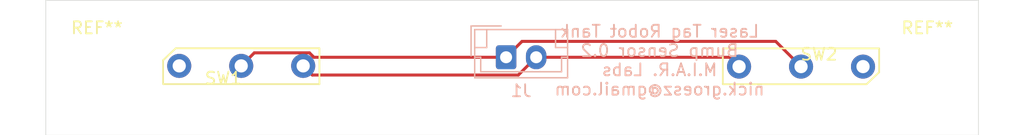
<source format=kicad_pcb>
(kicad_pcb (version 20171130) (host pcbnew 5.1.7-a382d34a8~88~ubuntu18.04.1)

  (general
    (thickness 1.6)
    (drawings 5)
    (tracks 12)
    (zones 0)
    (modules 5)
    (nets 5)
  )

  (page A4)
  (layers
    (0 F.Cu signal)
    (31 B.Cu signal)
    (32 B.Adhes user)
    (33 F.Adhes user)
    (34 B.Paste user)
    (35 F.Paste user)
    (36 B.SilkS user)
    (37 F.SilkS user)
    (38 B.Mask user)
    (39 F.Mask user)
    (40 Dwgs.User user)
    (41 Cmts.User user)
    (42 Eco1.User user)
    (43 Eco2.User user)
    (44 Edge.Cuts user)
    (45 Margin user)
    (46 B.CrtYd user)
    (47 F.CrtYd user)
    (48 B.Fab user)
    (49 F.Fab user)
  )

  (setup
    (last_trace_width 0.25)
    (trace_clearance 0.2)
    (zone_clearance 0.508)
    (zone_45_only no)
    (trace_min 0.2)
    (via_size 0.8)
    (via_drill 0.4)
    (via_min_size 0.4)
    (via_min_drill 0.3)
    (uvia_size 0.3)
    (uvia_drill 0.1)
    (uvias_allowed no)
    (uvia_min_size 0.2)
    (uvia_min_drill 0.1)
    (edge_width 0.05)
    (segment_width 0.2)
    (pcb_text_width 0.3)
    (pcb_text_size 1.5 1.5)
    (mod_edge_width 0.12)
    (mod_text_size 1 1)
    (mod_text_width 0.15)
    (pad_size 1.524 1.524)
    (pad_drill 0.762)
    (pad_to_mask_clearance 0)
    (aux_axis_origin 0 0)
    (visible_elements FFFFFF7F)
    (pcbplotparams
      (layerselection 0x010fc_ffffffff)
      (usegerberextensions false)
      (usegerberattributes true)
      (usegerberadvancedattributes true)
      (creategerberjobfile true)
      (excludeedgelayer true)
      (linewidth 0.100000)
      (plotframeref false)
      (viasonmask false)
      (mode 1)
      (useauxorigin false)
      (hpglpennumber 1)
      (hpglpenspeed 20)
      (hpglpendiameter 15.000000)
      (psnegative false)
      (psa4output false)
      (plotreference true)
      (plotvalue true)
      (plotinvisibletext false)
      (padsonsilk false)
      (subtractmaskfromsilk false)
      (outputformat 1)
      (mirror false)
      (drillshape 1)
      (scaleselection 1)
      (outputdirectory ""))
  )

  (net 0 "")
  (net 1 "Net-(J1-Pad1)")
  (net 2 "Net-(J1-Pad2)")
  (net 3 "Net-(SW1-Pad1)")
  (net 4 "Net-(SW2-Pad1)")

  (net_class Default "This is the default net class."
    (clearance 0.2)
    (trace_width 0.25)
    (via_dia 0.8)
    (via_drill 0.4)
    (uvia_dia 0.3)
    (uvia_drill 0.1)
    (add_net "Net-(J1-Pad1)")
    (add_net "Net-(J1-Pad2)")
    (add_net "Net-(SW1-Pad1)")
    (add_net "Net-(SW2-Pad1)")
  )

  (module Custom:micro_switch (layer F.Cu) (tedit 6173009E) (tstamp 615E443B)
    (at 84.5 106.75 180)
    (path /615E31A3)
    (fp_text reference SW2 (at 0 0.5) (layer F.SilkS)
      (effects (font (size 1 1) (thickness 0.15)))
    )
    (fp_text value SW_SPDT (at 0 -0.5) (layer F.Fab)
      (effects (font (size 1 1) (thickness 0.15)))
    )
    (fp_line (start -4.05 -2.1) (end -5.1 -1.08) (layer F.CrtYd) (width 0.05))
    (fp_line (start -5 -1) (end -3.96 -1.99) (layer F.SilkS) (width 0.15))
    (fp_line (start 7.99 -2) (end 7.99 0.98) (layer F.SilkS) (width 0.15))
    (fp_line (start -3.95 -2) (end 7.95 -2) (layer F.SilkS) (width 0.15))
    (fp_line (start -5 0.98) (end -5 -1.01) (layer F.SilkS) (width 0.15))
    (fp_line (start -4.99 0.99) (end 7.99 0.99) (layer F.SilkS) (width 0.15))
    (fp_line (start -5.1 -1.08) (end -5.1 1.06) (layer F.CrtYd) (width 0.05))
    (fp_line (start -4.04 -2.1) (end 8.11 -2.11) (layer F.CrtYd) (width 0.05))
    (fp_line (start 8.1 -2.1) (end 8.1 1.11) (layer F.CrtYd) (width 0.05))
    (fp_line (start -5.1 1.1) (end 8.11 1.1) (layer F.CrtYd) (width 0.05))
    (pad 3 thru_hole circle (at 6.64 -0.53 180) (size 2 2) (drill 1.1) (layers *.Cu *.Mask)
      (net 2 "Net-(J1-Pad2)"))
    (pad 2 thru_hole circle (at 1.49 -0.53 180) (size 2 2) (drill 1.1) (layers *.Cu *.Mask)
      (net 1 "Net-(J1-Pad1)"))
    (pad 1 thru_hole circle (at -3.66 -0.53 180) (size 2 2) (drill 1.1) (layers *.Cu *.Mask)
      (net 4 "Net-(SW2-Pad1)"))
  )

  (module Custom:micro_switch (layer F.Cu) (tedit 6173009E) (tstamp 615E442A)
    (at 35 107.75)
    (path /615E113B)
    (fp_text reference SW1 (at 0 0.5) (layer F.SilkS)
      (effects (font (size 1 1) (thickness 0.15)))
    )
    (fp_text value SW_SPDT (at 0 -0.5) (layer F.Fab)
      (effects (font (size 1 1) (thickness 0.15)))
    )
    (fp_line (start -4.05 -2.1) (end -5.1 -1.08) (layer F.CrtYd) (width 0.05))
    (fp_line (start -5 -1) (end -3.96 -1.99) (layer F.SilkS) (width 0.15))
    (fp_line (start 7.99 -2) (end 7.99 0.98) (layer F.SilkS) (width 0.15))
    (fp_line (start -3.95 -2) (end 7.95 -2) (layer F.SilkS) (width 0.15))
    (fp_line (start -5 0.98) (end -5 -1.01) (layer F.SilkS) (width 0.15))
    (fp_line (start -4.99 0.99) (end 7.99 0.99) (layer F.SilkS) (width 0.15))
    (fp_line (start -5.1 -1.08) (end -5.1 1.06) (layer F.CrtYd) (width 0.05))
    (fp_line (start -4.04 -2.1) (end 8.11 -2.11) (layer F.CrtYd) (width 0.05))
    (fp_line (start 8.1 -2.1) (end 8.1 1.11) (layer F.CrtYd) (width 0.05))
    (fp_line (start -5.1 1.1) (end 8.11 1.1) (layer F.CrtYd) (width 0.05))
    (pad 1 thru_hole circle (at -3.66 -0.53) (size 2 2) (drill 1.1) (layers *.Cu *.Mask)
      (net 3 "Net-(SW1-Pad1)"))
    (pad 2 thru_hole circle (at 1.49 -0.53) (size 2 2) (drill 1.1) (layers *.Cu *.Mask)
      (net 1 "Net-(J1-Pad1)"))
    (pad 3 thru_hole circle (at 6.64 -0.53) (size 2 2) (drill 1.1) (layers *.Cu *.Mask)
      (net 2 "Net-(J1-Pad2)"))
  )

  (module MountingHole:MountingHole_2.1mm (layer F.Cu) (tedit 5B924765) (tstamp 615E4641)
    (at 93.5 107.25)
    (descr "Mounting Hole 2.1mm, no annular")
    (tags "mounting hole 2.1mm no annular")
    (attr virtual)
    (fp_text reference REF** (at 0 -3.2) (layer F.SilkS)
      (effects (font (size 1 1) (thickness 0.15)))
    )
    (fp_text value MountingHole_2.1mm (at 0 3.2) (layer F.Fab)
      (effects (font (size 1 1) (thickness 0.15)))
    )
    (fp_circle (center 0 0) (end 2.1 0) (layer Cmts.User) (width 0.15))
    (fp_circle (center 0 0) (end 2.35 0) (layer F.CrtYd) (width 0.05))
    (fp_text user %R (at 0.3 0) (layer F.Fab)
      (effects (font (size 1 1) (thickness 0.15)))
    )
    (pad "" np_thru_hole circle (at 0 0) (size 2.1 2.1) (drill 2.1) (layers *.Cu *.Mask))
  )

  (module MountingHole:MountingHole_2.1mm (layer F.Cu) (tedit 5B924765) (tstamp 615E4691)
    (at 24.5 107.25)
    (descr "Mounting Hole 2.1mm, no annular")
    (tags "mounting hole 2.1mm no annular")
    (attr virtual)
    (fp_text reference REF** (at 0 -3.2) (layer F.SilkS)
      (effects (font (size 1 1) (thickness 0.15)))
    )
    (fp_text value MountingHole_2.1mm (at 0 3.2) (layer F.Fab)
      (effects (font (size 1 1) (thickness 0.15)))
    )
    (fp_circle (center 0 0) (end 2.1 0) (layer Cmts.User) (width 0.15))
    (fp_circle (center 0 0) (end 2.35 0) (layer F.CrtYd) (width 0.05))
    (fp_text user %R (at 0.3 0) (layer F.Fab)
      (effects (font (size 1 1) (thickness 0.15)))
    )
    (pad "" np_thru_hole circle (at 0 0) (size 2.1 2.1) (drill 2.1) (layers *.Cu *.Mask))
  )

  (module Connector_JST:JST_EH_B2B-EH-A_1x02_P2.50mm_Vertical (layer B.Cu) (tedit 5C28142C) (tstamp 615E4419)
    (at 58.5 106.5)
    (descr "JST EH series connector, B2B-EH-A (http://www.jst-mfg.com/product/pdf/eng/eEH.pdf), generated with kicad-footprint-generator")
    (tags "connector JST EH vertical")
    (path /615E2518)
    (fp_text reference J1 (at 1.25 2.8) (layer B.SilkS)
      (effects (font (size 1 1) (thickness 0.15)) (justify mirror))
    )
    (fp_text value Conn_01x02_Male (at 1.25 -3.4) (layer B.Fab)
      (effects (font (size 1 1) (thickness 0.15)) (justify mirror))
    )
    (fp_line (start -2.91 -2.61) (end -0.41 -2.61) (layer B.Fab) (width 0.1))
    (fp_line (start -2.91 -0.11) (end -2.91 -2.61) (layer B.Fab) (width 0.1))
    (fp_line (start -2.91 -2.61) (end -0.41 -2.61) (layer B.SilkS) (width 0.12))
    (fp_line (start -2.91 -0.11) (end -2.91 -2.61) (layer B.SilkS) (width 0.12))
    (fp_line (start 4.11 -0.81) (end 4.11 -2.31) (layer B.SilkS) (width 0.12))
    (fp_line (start 5.11 -0.81) (end 4.11 -0.81) (layer B.SilkS) (width 0.12))
    (fp_line (start -1.61 -0.81) (end -1.61 -2.31) (layer B.SilkS) (width 0.12))
    (fp_line (start -2.61 -0.81) (end -1.61 -0.81) (layer B.SilkS) (width 0.12))
    (fp_line (start 4.61 0) (end 5.11 0) (layer B.SilkS) (width 0.12))
    (fp_line (start 4.61 1.21) (end 4.61 0) (layer B.SilkS) (width 0.12))
    (fp_line (start -2.11 1.21) (end 4.61 1.21) (layer B.SilkS) (width 0.12))
    (fp_line (start -2.11 0) (end -2.11 1.21) (layer B.SilkS) (width 0.12))
    (fp_line (start -2.61 0) (end -2.11 0) (layer B.SilkS) (width 0.12))
    (fp_line (start 5.11 1.71) (end -2.61 1.71) (layer B.SilkS) (width 0.12))
    (fp_line (start 5.11 -2.31) (end 5.11 1.71) (layer B.SilkS) (width 0.12))
    (fp_line (start -2.61 -2.31) (end 5.11 -2.31) (layer B.SilkS) (width 0.12))
    (fp_line (start -2.61 1.71) (end -2.61 -2.31) (layer B.SilkS) (width 0.12))
    (fp_line (start 5.5 2.1) (end -3 2.1) (layer B.CrtYd) (width 0.05))
    (fp_line (start 5.5 -2.7) (end 5.5 2.1) (layer B.CrtYd) (width 0.05))
    (fp_line (start -3 -2.7) (end 5.5 -2.7) (layer B.CrtYd) (width 0.05))
    (fp_line (start -3 2.1) (end -3 -2.7) (layer B.CrtYd) (width 0.05))
    (fp_line (start 5 1.6) (end -2.5 1.6) (layer B.Fab) (width 0.1))
    (fp_line (start 5 -2.2) (end 5 1.6) (layer B.Fab) (width 0.1))
    (fp_line (start -2.5 -2.2) (end 5 -2.2) (layer B.Fab) (width 0.1))
    (fp_line (start -2.5 1.6) (end -2.5 -2.2) (layer B.Fab) (width 0.1))
    (fp_text user %R (at 1.25 -1.5) (layer B.Fab)
      (effects (font (size 1 1) (thickness 0.15)) (justify mirror))
    )
    (pad 1 thru_hole roundrect (at 0 0) (size 1.7 2) (drill 1) (layers *.Cu *.Mask) (roundrect_rratio 0.147059)
      (net 1 "Net-(J1-Pad1)"))
    (pad 2 thru_hole oval (at 2.5 0) (size 1.7 2) (drill 1) (layers *.Cu *.Mask)
      (net 2 "Net-(J1-Pad2)"))
    (model ${KISYS3DMOD}/Connector_JST.3dshapes/JST_EH_B2B-EH-A_1x02_P2.50mm_Vertical.wrl
      (at (xyz 0 0 0))
      (scale (xyz 1 1 1))
      (rotate (xyz 0 0 0))
    )
  )

  (gr_text "Laser Tag Robot Tank\nBump Sensor 0.2\nM.I.A.R. Labs\nnick.groesz@gmail.com" (at 71.25 106.75) (layer B.SilkS)
    (effects (font (size 1 1) (thickness 0.15)) (justify mirror))
  )
  (gr_line (start 20.25 113) (end 20.25 101.75) (layer Edge.Cuts) (width 0.05) (tstamp 615E44BB))
  (gr_line (start 97.75 113) (end 20.25 113) (layer Edge.Cuts) (width 0.05))
  (gr_line (start 97.75 101.75) (end 97.75 113) (layer Edge.Cuts) (width 0.05))
  (gr_line (start 20.25 101.75) (end 97.75 101.75) (layer Edge.Cuts) (width 0.05))

  (segment (start 37.577001 106.132999) (end 36.49 107.22) (width 0.25) (layer F.Cu) (net 1))
  (segment (start 42.161761 106.132999) (end 37.577001 106.132999) (width 0.25) (layer F.Cu) (net 1))
  (segment (start 42.528762 106.5) (end 42.161761 106.132999) (width 0.25) (layer F.Cu) (net 1))
  (segment (start 58.5 106.5) (end 42.528762 106.5) (width 0.25) (layer F.Cu) (net 1))
  (segment (start 59.82501 105.17499) (end 58.5 106.5) (width 0.25) (layer F.Cu) (net 1))
  (segment (start 80.90499 105.17499) (end 59.82501 105.17499) (width 0.25) (layer F.Cu) (net 1))
  (segment (start 83.01 107.28) (end 80.90499 105.17499) (width 0.25) (layer F.Cu) (net 1))
  (segment (start 59.518001 107.981999) (end 61 106.5) (width 0.25) (layer F.Cu) (net 2))
  (segment (start 42.401999 107.981999) (end 59.518001 107.981999) (width 0.25) (layer F.Cu) (net 2))
  (segment (start 41.64 107.22) (end 42.401999 107.981999) (width 0.25) (layer F.Cu) (net 2))
  (segment (start 77.08 106.5) (end 77.86 107.28) (width 0.25) (layer F.Cu) (net 2))
  (segment (start 61 106.5) (end 77.08 106.5) (width 0.25) (layer F.Cu) (net 2))

)

</source>
